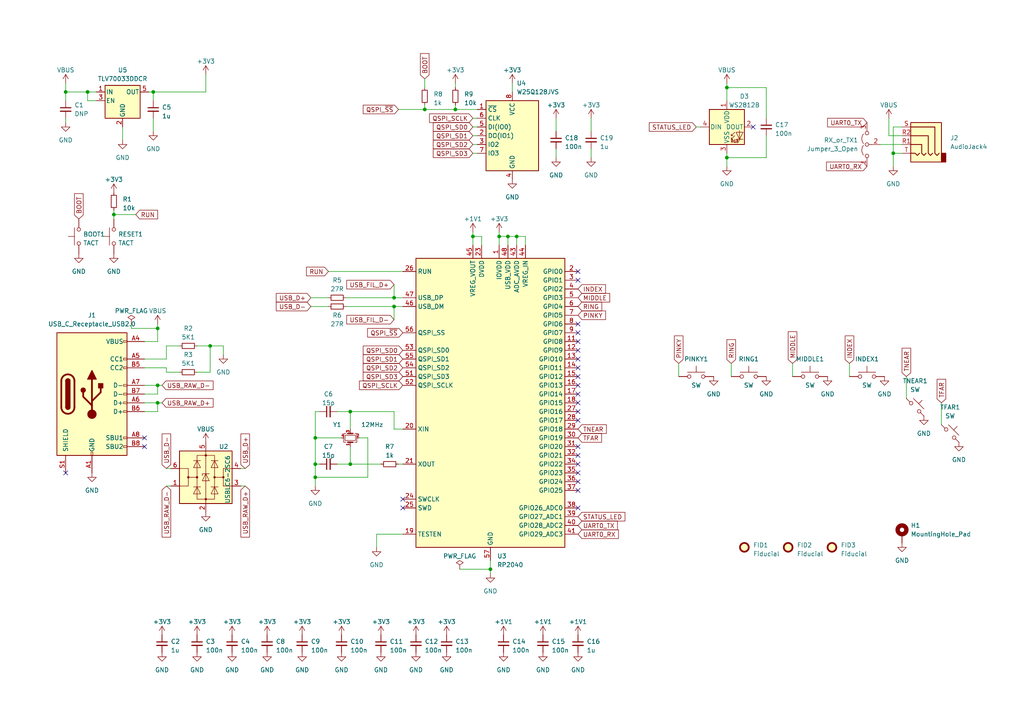
<source format=kicad_sch>
(kicad_sch (version 20230121) (generator eeschema)
  (paper "A4")
  (lib_symbols
    (symbol "Connector:USB_C_Receptacle_USB2.0" (pin_names (offset 1.016))
      (property "Reference" "J" (at -10.16 19.05 0))
      (property "Value" "USB_C_Receptacle_USB2.0" (at 19.05 19.05 0))
      (symbol "USB_C_Receptacle_USB2.0_1_1"
        (pin passive line (at 0 -22.86 90) (length 5.08) (name "GND") (number "A1"))
        (pin passive line (at 0 -22.86 90) (length 5.08) hide (name "GND") (number "A12"))
        (pin passive line (at 15.24 15.24 180) (length 5.08) (name "VBUS") (number "A4"))
        (pin bidirectional line (at 15.24 10.16 180) (length 5.08) (name "CC1") (number "A5"))
        (pin bidirectional line (at 15.24 -2.54 180) (length 5.08) (name "D+") (number "A6"))
        (pin bidirectional line (at 15.24 2.54 180) (length 5.08) (name "D-") (number "A7"))
        (pin bidirectional line (at 15.24 -12.7 180) (length 5.08) (name "SBU1") (number "A8"))
        (pin passive line (at 15.24 15.24 180) (length 5.08) hide (name "VBUS") (number "A9"))
        (pin passive line (at 0 -22.86 90) (length 5.08) hide (name "GND") (number "B1"))
        (pin passive line (at 0 -22.86 90) (length 5.08) hide (name "GND") (number "B12"))
        (pin passive line (at 15.24 15.24 180) (length 5.08) hide (name "VBUS") (number "B4"))
        (pin bidirectional line (at 15.24 7.62 180) (length 5.08) (name "CC2") (number "B5"))
        (pin bidirectional line (at 15.24 -5.08 180) (length 5.08) (name "D+") (number "B6"))
        (pin bidirectional line (at 15.24 0 180) (length 5.08) (name "D-") (number "B7"))
        (pin bidirectional line (at 15.24 -15.24 180) (length 5.08) (name "SBU2") (number "B8"))
        (pin passive line (at 15.24 15.24 180) (length 5.08) hide (name "VBUS") (number "B9"))
        (pin passive line (at -7.62 -22.86 90) (length 5.08) (name "SHIELD") (number "S1"))
      )
    )
    (symbol "Connector_Audio:AudioJack4"
      (property "Reference" "J" (at 0 8.89 0))
      (property "Value" "AudioJack4" (at 0 6.35 0))
      (symbol "AudioJack4_1_1"
        (pin passive line (at 5.08 -2.54 180) (length 2.54) (name "~") (number "R1"))
        (pin passive line (at 5.08 0 180) (length 2.54) (name "~") (number "R2"))
        (pin passive line (at 5.08 2.54 180) (length 2.54) (name "~") (number "S"))
        (pin passive line (at 5.08 -5.08 180) (length 2.54) (name "~") (number "T"))
      )
    )
    (symbol "Device:C_Small" (pin_numbers hide) (pin_names (offset 0.254) hide)
      (property "Reference" "C" (at 0.254 1.778 0))
      (property "Value" "C_Small" (at 0.254 -2.032 0))
      (symbol "C_Small_1_1"
        (pin passive line (at 0 2.54 270) (length 2.032) (name "~") (number "1"))
        (pin passive line (at 0 -2.54 90) (length 2.032) (name "~") (number "2"))
      )
    )
    (symbol "Device:Crystal_GND24_Small" (pin_names (offset 1.016) hide)
      (property "Reference" "Y" (at 1.27 4.445 0))
      (property "Value" "Crystal_GND24_Small" (at 1.27 2.54 0))
      (symbol "Crystal_GND24_Small_1_1"
        (pin passive line (at -2.54 0 0) (length 1.27) (name "1") (number "1"))
        (pin passive line (at 0 -2.54 90) (length 0.635) (name "2") (number "2"))
        (pin passive line (at 2.54 0 180) (length 1.27) (name "3") (number "3"))
        (pin passive line (at 0 2.54 270) (length 0.635) (name "4") (number "4"))
      )
    )
    (symbol "Device:R_Small" (pin_numbers hide) (pin_names (offset 0.254) hide)
      (property "Reference" "R" (at 0.762 0.508 0))
      (property "Value" "R_Small" (at 0.762 -1.016 0))
      (symbol "R_Small_1_1"
        (pin passive line (at 0 2.54 270) (length 0.762) (name "~") (number "1"))
        (pin passive line (at 0 -2.54 90) (length 0.762) (name "~") (number "2"))
      )
    )
    (symbol "Jumper:Jumper_3_Open" (pin_names (offset 0) hide)
      (property "Reference" "JP" (at -2.54 -2.54 0))
      (property "Value" "Jumper_3_Open" (at 0 2.794 0))
      (symbol "Jumper_3_Open_1_1"
        (pin passive line (at -6.35 0 0) (length 2.54) (name "A") (number "1"))
        (pin passive line (at 0 -3.81 90) (length 2.54) (name "C") (number "2"))
        (pin passive line (at 6.35 0 180) (length 2.54) (name "B") (number "3"))
      )
    )
    (symbol "LED:WS2812B" (pin_names (offset 0.254))
      (property "Reference" "D" (at 5.08 5.715 0))
      (property "Value" "WS2812B" (at 1.27 -5.715 0))
      (symbol "WS2812B_0_0"
        (text "RGB" (at 2.286 -4.191 0) (effects (font (size 0.762 0.762))))
      )
      (symbol "WS2812B_1_1"
        (pin power_in line (at 0 7.62 270) (length 2.54) (name "VDD") (number "1"))
        (pin output line (at 7.62 0 180) (length 2.54) (name "DOUT") (number "2"))
        (pin power_in line (at 0 -7.62 90) (length 2.54) (name "VSS") (number "3"))
        (pin input line (at -7.62 0 0) (length 2.54) (name "DIN") (number "4"))
      )
    )
    (symbol "MCU_RaspberryPi:RP2040"
      (property "Reference" "U" (at 17.78 45.72 0))
      (property "Value" "RP2040" (at 17.78 43.18 0))
      (symbol "RP2040_1_1"
        (pin power_in line (at 2.54 45.72 270) (length 3.81) (name "IOVDD") (number "1"))
        (pin passive line (at 2.54 45.72 270) (length 3.81) hide (name "IOVDD") (number "10"))
        (pin bidirectional line (at 25.4 17.78 180) (length 3.81) (name "GPIO8") (number "11"))
        (pin bidirectional line (at 25.4 15.24 180) (length 3.81) (name "GPIO9") (number "12"))
        (pin bidirectional line (at 25.4 12.7 180) (length 3.81) (name "GPIO10") (number "13"))
        (pin bidirectional line (at 25.4 10.16 180) (length 3.81) (name "GPIO11") (number "14"))
        (pin bidirectional line (at 25.4 7.62 180) (length 3.81) (name "GPIO12") (number "15"))
        (pin bidirectional line (at 25.4 5.08 180) (length 3.81) (name "GPIO13") (number "16"))
        (pin bidirectional line (at 25.4 2.54 180) (length 3.81) (name "GPIO14") (number "17"))
        (pin bidirectional line (at 25.4 0 180) (length 3.81) (name "GPIO15") (number "18"))
        (pin input line (at -25.4 -38.1 0) (length 3.81) (name "TESTEN") (number "19"))
        (pin bidirectional line (at 25.4 38.1 180) (length 3.81) (name "GPIO0") (number "2"))
        (pin input line (at -25.4 -7.62 0) (length 3.81) (name "XIN") (number "20"))
        (pin passive line (at -25.4 -17.78 0) (length 3.81) (name "XOUT") (number "21"))
        (pin passive line (at 2.54 45.72 270) (length 3.81) hide (name "IOVDD") (number "22"))
        (pin power_in line (at -2.54 45.72 270) (length 3.81) (name "DVDD") (number "23"))
        (pin input line (at -25.4 -27.94 0) (length 3.81) (name "SWCLK") (number "24"))
        (pin bidirectional line (at -25.4 -30.48 0) (length 3.81) (name "SWD") (number "25"))
        (pin input line (at -25.4 38.1 0) (length 3.81) (name "RUN") (number "26"))
        (pin bidirectional line (at 25.4 -2.54 180) (length 3.81) (name "GPIO16") (number "27"))
        (pin bidirectional line (at 25.4 -5.08 180) (length 3.81) (name "GPIO17") (number "28"))
        (pin bidirectional line (at 25.4 -7.62 180) (length 3.81) (name "GPIO18") (number "29"))
        (pin bidirectional line (at 25.4 35.56 180) (length 3.81) (name "GPIO1") (number "3"))
        (pin bidirectional line (at 25.4 -10.16 180) (length 3.81) (name "GPIO19") (number "30"))
        (pin bidirectional line (at 25.4 -12.7 180) (length 3.81) (name "GPIO20") (number "31"))
        (pin bidirectional line (at 25.4 -15.24 180) (length 3.81) (name "GPIO21") (number "32"))
        (pin passive line (at 2.54 45.72 270) (length 3.81) hide (name "IOVDD") (number "33"))
        (pin bidirectional line (at 25.4 -17.78 180) (length 3.81) (name "GPIO22") (number "34"))
        (pin bidirectional line (at 25.4 -20.32 180) (length 3.81) (name "GPIO23") (number "35"))
        (pin bidirectional line (at 25.4 -22.86 180) (length 3.81) (name "GPIO24") (number "36"))
        (pin bidirectional line (at 25.4 -25.4 180) (length 3.81) (name "GPIO25") (number "37"))
        (pin bidirectional line (at 25.4 -30.48 180) (length 3.81) (name "GPIO26_ADC0") (number "38"))
        (pin bidirectional line (at 25.4 -33.02 180) (length 3.81) (name "GPIO27_ADC1") (number "39"))
        (pin bidirectional line (at 25.4 33.02 180) (length 3.81) (name "GPIO2") (number "4"))
        (pin bidirectional line (at 25.4 -35.56 180) (length 3.81) (name "GPIO28_ADC2") (number "40"))
        (pin bidirectional line (at 25.4 -38.1 180) (length 3.81) (name "GPIO29_ADC3") (number "41"))
        (pin passive line (at 2.54 45.72 270) (length 3.81) hide (name "IOVDD") (number "42"))
        (pin power_in line (at 7.62 45.72 270) (length 3.81) (name "ADC_AVDD") (number "43"))
        (pin power_in line (at 10.16 45.72 270) (length 3.81) (name "VREG_IN") (number "44"))
        (pin power_out line (at -5.08 45.72 270) (length 3.81) (name "VREG_VOUT") (number "45"))
        (pin bidirectional line (at -25.4 27.94 0) (length 3.81) (name "USB_DM") (number "46"))
        (pin bidirectional line (at -25.4 30.48 0) (length 3.81) (name "USB_DP") (number "47"))
        (pin power_in line (at 5.08 45.72 270) (length 3.81) (name "USB_VDD") (number "48"))
        (pin passive line (at 2.54 45.72 270) (length 3.81) hide (name "IOVDD") (number "49"))
        (pin bidirectional line (at 25.4 30.48 180) (length 3.81) (name "GPIO3") (number "5"))
        (pin passive line (at -2.54 45.72 270) (length 3.81) hide (name "DVDD") (number "50"))
        (pin bidirectional line (at -25.4 7.62 0) (length 3.81) (name "QSPI_SD3") (number "51"))
        (pin output line (at -25.4 5.08 0) (length 3.81) (name "QSPI_SCLK") (number "52"))
        (pin bidirectional line (at -25.4 15.24 0) (length 3.81) (name "QSPI_SD0") (number "53"))
        (pin bidirectional line (at -25.4 10.16 0) (length 3.81) (name "QSPI_SD2") (number "54"))
        (pin bidirectional line (at -25.4 12.7 0) (length 3.81) (name "QSPI_SD1") (number "55"))
        (pin bidirectional line (at -25.4 20.32 0) (length 3.81) (name "QSPI_SS") (number "56"))
        (pin power_in line (at 0 -45.72 90) (length 3.81) (name "GND") (number "57"))
        (pin bidirectional line (at 25.4 27.94 180) (length 3.81) (name "GPIO4") (number "6"))
        (pin bidirectional line (at 25.4 25.4 180) (length 3.81) (name "GPIO5") (number "7"))
        (pin bidirectional line (at 25.4 22.86 180) (length 3.81) (name "GPIO6") (number "8"))
        (pin bidirectional line (at 25.4 20.32 180) (length 3.81) (name "GPIO7") (number "9"))
      )
    )
    (symbol "Mechanical:Fiducial"
      (property "Reference" "FID" (at 0 5.08 0))
      (property "Value" "Fiducial" (at 0 3.175 0))
    )
    (symbol "Mechanical:MountingHole_Pad" (pin_numbers hide) (pin_names (offset 1.016) hide)
      (property "Reference" "H" (at 0 6.35 0))
      (property "Value" "MountingHole_Pad" (at 0 4.445 0))
      (symbol "MountingHole_Pad_1_1"
        (pin input line (at 0 -2.54 90) (length 2.54) (name "1") (number "1"))
      )
    )
    (symbol "Memory_Flash:W25Q128JVS"
      (property "Reference" "U" (at -8.89 8.89 0))
      (property "Value" "W25Q128JVS" (at 7.62 8.89 0))
      (symbol "W25Q128JVS_1_1"
        (pin input line (at -10.16 7.62 0) (length 2.54) (name "~{CS}") (number "1"))
        (pin bidirectional line (at -10.16 0 0) (length 2.54) (name "DO(IO1)") (number "2"))
        (pin bidirectional line (at -10.16 -2.54 0) (length 2.54) (name "IO2") (number "3"))
        (pin power_in line (at 0 -12.7 90) (length 2.54) (name "GND") (number "4"))
        (pin bidirectional line (at -10.16 2.54 0) (length 2.54) (name "DI(IO0)") (number "5"))
        (pin input line (at -10.16 5.08 0) (length 2.54) (name "CLK") (number "6"))
        (pin bidirectional line (at -10.16 -5.08 0) (length 2.54) (name "IO3") (number "7"))
        (pin power_in line (at 0 12.7 270) (length 2.54) (name "VCC") (number "8"))
      )
    )
    (symbol "Power_Protection:USBLC6-2SC6" (pin_names hide)
      (property "Reference" "U" (at 2.54 8.89 0))
      (property "Value" "USBLC6-2SC6" (at 2.54 -8.89 0))
      (symbol "USBLC6-2SC6_1_1"
        (pin passive line (at -10.16 -2.54 0) (length 2.54) (name "I/O1") (number "1"))
        (pin passive line (at 0 -10.16 90) (length 2.54) (name "GND") (number "2"))
        (pin passive line (at 10.16 -2.54 180) (length 2.54) (name "I/O2") (number "3"))
        (pin passive line (at 10.16 2.54 180) (length 2.54) (name "I/O2") (number "4"))
        (pin passive line (at 0 10.16 270) (length 2.54) (name "VBUS") (number "5"))
        (pin passive line (at -10.16 2.54 0) (length 2.54) (name "I/O1") (number "6"))
      )
    )
    (symbol "Regulator_Linear:TLV70033_SOT23-5" (pin_names (offset 0.254))
      (property "Reference" "U" (at -3.81 5.715 0))
      (property "Value" "TLV70033_SOT23-5" (at 0 5.715 0))
      (symbol "TLV70033_SOT23-5_1_1"
        (pin power_in line (at -7.62 2.54 0) (length 2.54) (name "IN") (number "1"))
        (pin power_in line (at 0 -7.62 90) (length 2.54) (name "GND") (number "2"))
        (pin input line (at -7.62 0 0) (length 2.54) (name "EN") (number "3"))
        (pin no_connect line (at 5.08 0 180) (length 2.54) hide (name "NC") (number "4"))
        (pin power_out line (at 7.62 2.54 180) (length 2.54) (name "OUT") (number "5"))
      )
    )
    (symbol "Switch:SW_Push" (pin_numbers hide) (pin_names (offset 1.016) hide)
      (property "Reference" "SW" (at 1.27 2.54 0))
      (property "Value" "SW_Push" (at 0 -1.524 0))
      (symbol "SW_Push_0_1"
        (pin passive line (at -5.08 0 0) (length 2.54) (name "1") (number "1"))
        (pin passive line (at 5.08 0 180) (length 2.54) (name "2") (number "2"))
      )
    )
    (symbol "Switch:SW_Push_45deg" (pin_numbers hide) (pin_names (offset 1.016) hide)
      (property "Reference" "SW" (at 3.048 1.016 0))
      (property "Value" "SW_Push_45deg" (at 0 -3.81 0))
      (symbol "SW_Push_45deg_0_1"
        (pin passive line (at -2.54 2.54 0) (length 0) (name "1") (number "1"))
        (pin passive line (at 2.54 -2.54 180) (length 0) (name "2") (number "2"))
      )
    )
    (symbol "power:+1V1" (power) (pin_names (offset 0))
      (property "Value" "+1V1" (at 0 3.556 0))
      (symbol "+1V1_1_1"
        (pin power_in line (at 0 0 90) (length 0) hide (name "+1V1") (number "1"))
      )
    )
    (symbol "power:+3V3" (power) (pin_names (offset 0))
      (property "Value" "+3V3" (at 0 3.556 0))
      (symbol "+3V3_1_1"
        (pin power_in line (at 0 0 90) (length 0) hide (name "+3V3") (number "1"))
      )
    )
    (symbol "power:GND" (power) (pin_names (offset 0))
      (property "Value" "GND" (at 0 -3.81 0))
      (symbol "GND_1_1"
        (pin power_in line (at 0 0 270) (length 0) hide (name "GND") (number "1"))
      )
    )
    (symbol "power:PWR_FLAG" (power) (pin_numbers hide) (pin_names (offset 0) hide)
      (property "Value" "PWR_FLAG" (at 0 3.81 0))
      (symbol "PWR_FLAG_0_0"
        (pin power_out line (at 0 0 90) (length 0) (name "pwr") (number "1"))
      )
    )
    (symbol "power:VBUS" (power) (pin_names (offset 0))
      (property "Value" "VBUS" (at 0 3.81 0))
      (symbol "VBUS_1_1"
        (pin power_in line (at 0 0 90) (length 0) hide (name "VBUS") (number "1"))
      )
    )
  )
  (junction (at 147.32 68.58))
  (junction (at 19.05 26.67))
  (junction (at 101.6 119.38))
  (junction (at 45.72 111.76))
  (junction (at 25.4 26.67))
  (junction (at 210.82 25.4))
  (junction (at 149.86 68.58))
  (junction (at 132.08 31.75))
  (junction (at 114.3 86.36))
  (junction (at 45.72 116.84))
  (junction (at 142.24 165.1))
  (junction (at 60.96 100.33))
  (junction (at 144.78 68.58))
  (junction (at 91.44 138.43))
  (junction (at 44.45 26.67))
  (junction (at 101.6 134.62))
  (junction (at 123.19 31.75))
  (junction (at 45.72 95.25))
  (junction (at 33.02 62.23))
  (junction (at 114.3 88.9))
  (junction (at 210.82 45.72))
  (junction (at 259.08 44.45))
  (junction (at 91.44 134.62))
  (junction (at 137.16 68.58))
  (junction (at 91.44 127))
  (no_connect (at 167.64 134.62))
  (no_connect (at 167.64 147.32))
  (no_connect (at 167.64 121.92))
  (no_connect (at 167.64 119.38))
  (no_connect (at 167.64 109.22))
  (no_connect (at 167.64 132.08))
  (no_connect (at 167.64 116.84))
  (no_connect (at 116.84 144.78))
  (no_connect (at 19.05 137.16))
  (no_connect (at 167.64 106.68))
  (no_connect (at 116.84 147.32))
  (no_connect (at 167.64 101.6))
  (no_connect (at 167.64 129.54))
  (no_connect (at 167.64 96.52))
  (no_connect (at 167.64 99.06))
  (no_connect (at 41.91 127))
  (no_connect (at 167.64 78.74))
  (no_connect (at 218.44 36.83))
  (no_connect (at 167.64 139.7))
  (no_connect (at 167.64 111.76))
  (no_connect (at 41.91 129.54))
  (no_connect (at 167.64 93.98))
  (no_connect (at 167.64 114.3))
  (no_connect (at 167.64 104.14))
  (no_connect (at 167.64 81.28))
  (no_connect (at 167.64 142.24))
  (no_connect (at 167.64 137.16))
  (wire (pts (xy 48.26 135.89) (xy 49.53 135.89)))
  (wire (pts (xy 45.72 95.25) (xy 45.72 93.98)))
  (wire (pts (xy 138.43 36.83) (xy 137.16 36.83)))
  (wire (pts (xy 114.3 88.9) (xy 114.3 92.71)))
  (wire (pts (xy 123.19 22.86) (xy 123.19 25.4)))
  (wire (pts (xy 35.56 40.64) (xy 35.56 36.83)))
  (wire (pts (xy 262.89 109.22) (xy 262.89 115.57)))
  (wire (pts (xy 171.45 43.18) (xy 171.45 45.72)))
  (wire (pts (xy 115.57 134.62) (xy 116.84 134.62)))
  (wire (pts (xy 48.26 140.97) (xy 49.53 140.97)))
  (wire (pts (xy 91.44 127) (xy 99.06 127)))
  (wire (pts (xy 91.44 140.97) (xy 91.44 138.43)))
  (wire (pts (xy 139.7 71.12) (xy 139.7 68.58)))
  (wire (pts (xy 142.24 165.1) (xy 142.24 162.56)))
  (wire (pts (xy 101.6 129.54) (xy 101.6 134.62)))
  (wire (pts (xy 147.32 71.12) (xy 147.32 68.58)))
  (wire (pts (xy 133.35 165.1) (xy 142.24 165.1)))
  (wire (pts (xy 257.81 39.37) (xy 261.62 39.37)))
  (wire (pts (xy 116.84 154.94) (xy 109.22 154.94)))
  (wire (pts (xy 44.45 34.29) (xy 44.45 38.1)))
  (wire (pts (xy 201.93 36.83) (xy 203.2 36.83)))
  (wire (pts (xy 210.82 25.4) (xy 210.82 29.21)))
  (wire (pts (xy 90.17 86.36) (xy 95.25 86.36)))
  (wire (pts (xy 48.26 106.68) (xy 48.26 107.95)))
  (wire (pts (xy 33.02 62.23) (xy 33.02 63.5)))
  (wire (pts (xy 259.08 48.26) (xy 259.08 44.45)))
  (wire (pts (xy 48.26 107.95) (xy 52.07 107.95)))
  (wire (pts (xy 139.7 68.58) (xy 137.16 68.58)))
  (wire (pts (xy 38.1 95.25) (xy 45.72 95.25)))
  (wire (pts (xy 48.26 104.14) (xy 48.26 100.33)))
  (wire (pts (xy 59.69 26.67) (xy 59.69 21.59)))
  (wire (pts (xy 138.43 44.45) (xy 137.16 44.45)))
  (wire (pts (xy 60.96 100.33) (xy 64.77 100.33)))
  (wire (pts (xy 132.08 30.48) (xy 132.08 31.75)))
  (wire (pts (xy 45.72 99.06) (xy 45.72 95.25)))
  (wire (pts (xy 45.72 116.84) (xy 46.99 116.84)))
  (wire (pts (xy 33.02 62.23) (xy 39.37 62.23)))
  (wire (pts (xy 210.82 45.72) (xy 222.25 45.72)))
  (wire (pts (xy 91.44 127) (xy 91.44 134.62)))
  (wire (pts (xy 137.16 67.31) (xy 137.16 68.58)))
  (wire (pts (xy 229.87 105.41) (xy 229.87 109.22)))
  (wire (pts (xy 45.72 114.3) (xy 45.72 111.76)))
  (wire (pts (xy 123.19 31.75) (xy 115.57 31.75)))
  (wire (pts (xy 222.25 25.4) (xy 210.82 25.4)))
  (wire (pts (xy 152.4 71.12) (xy 152.4 68.58)))
  (wire (pts (xy 210.82 45.72) (xy 210.82 48.26)))
  (wire (pts (xy 41.91 116.84) (xy 45.72 116.84)))
  (wire (pts (xy 106.68 138.43) (xy 91.44 138.43)))
  (wire (pts (xy 19.05 24.13) (xy 19.05 26.67)))
  (wire (pts (xy 114.3 82.55) (xy 114.3 86.36)))
  (wire (pts (xy 142.24 166.37) (xy 142.24 165.1)))
  (wire (pts (xy 123.19 30.48) (xy 123.19 31.75)))
  (wire (pts (xy 101.6 119.38) (xy 101.6 124.46)))
  (wire (pts (xy 152.4 68.58) (xy 149.86 68.58)))
  (wire (pts (xy 144.78 68.58) (xy 144.78 71.12)))
  (wire (pts (xy 60.96 107.95) (xy 60.96 100.33)))
  (wire (pts (xy 101.6 119.38) (xy 114.3 119.38)))
  (wire (pts (xy 114.3 88.9) (xy 116.84 88.9)))
  (wire (pts (xy 100.33 88.9) (xy 114.3 88.9)))
  (wire (pts (xy 90.17 88.9) (xy 95.25 88.9)))
  (wire (pts (xy 45.72 111.76) (xy 46.99 111.76)))
  (wire (pts (xy 33.02 60.96) (xy 33.02 62.23)))
  (wire (pts (xy 210.82 44.45) (xy 210.82 45.72)))
  (wire (pts (xy 64.77 100.33) (xy 64.77 102.87)))
  (wire (pts (xy 57.15 107.95) (xy 60.96 107.95)))
  (wire (pts (xy 137.16 68.58) (xy 137.16 71.12)))
  (wire (pts (xy 259.08 44.45) (xy 261.62 44.45)))
  (wire (pts (xy 138.43 31.75) (xy 132.08 31.75)))
  (wire (pts (xy 137.16 34.29) (xy 138.43 34.29)))
  (wire (pts (xy 41.91 106.68) (xy 48.26 106.68)))
  (wire (pts (xy 69.85 135.89) (xy 71.12 135.89)))
  (wire (pts (xy 147.32 68.58) (xy 144.78 68.58)))
  (wire (pts (xy 273.05 116.84) (xy 273.05 123.19)))
  (wire (pts (xy 257.81 34.29) (xy 257.81 39.37)))
  (wire (pts (xy 43.18 26.67) (xy 44.45 26.67)))
  (wire (pts (xy 19.05 26.67) (xy 25.4 26.67)))
  (wire (pts (xy 91.44 119.38) (xy 91.44 127)))
  (wire (pts (xy 41.91 111.76) (xy 45.72 111.76)))
  (wire (pts (xy 104.14 127) (xy 106.68 127)))
  (wire (pts (xy 95.25 78.74) (xy 116.84 78.74)))
  (wire (pts (xy 106.68 127) (xy 106.68 138.43)))
  (wire (pts (xy 144.78 67.31) (xy 144.78 68.58)))
  (wire (pts (xy 101.6 134.62) (xy 97.79 134.62)))
  (wire (pts (xy 148.59 24.13) (xy 148.59 26.67)))
  (wire (pts (xy 138.43 39.37) (xy 137.16 39.37)))
  (wire (pts (xy 259.08 36.83) (xy 259.08 44.45)))
  (wire (pts (xy 57.15 100.33) (xy 60.96 100.33)))
  (wire (pts (xy 48.26 100.33) (xy 52.07 100.33)))
  (wire (pts (xy 222.25 34.29) (xy 222.25 25.4)))
  (wire (pts (xy 101.6 134.62) (xy 110.49 134.62)))
  (wire (pts (xy 25.4 29.21) (xy 25.4 26.67)))
  (wire (pts (xy 25.4 26.67) (xy 27.94 26.67)))
  (wire (pts (xy 41.91 119.38) (xy 45.72 119.38)))
  (wire (pts (xy 91.44 138.43) (xy 91.44 134.62)))
  (wire (pts (xy 261.62 36.83) (xy 259.08 36.83)))
  (wire (pts (xy 161.29 34.29) (xy 161.29 38.1)))
  (wire (pts (xy 255.27 41.91) (xy 261.62 41.91)))
  (wire (pts (xy 196.85 105.41) (xy 196.85 109.22)))
  (wire (pts (xy 132.08 24.13) (xy 132.08 25.4)))
  (wire (pts (xy 69.85 140.97) (xy 71.12 140.97)))
  (wire (pts (xy 44.45 26.67) (xy 44.45 29.21)))
  (wire (pts (xy 149.86 68.58) (xy 147.32 68.58)))
  (wire (pts (xy 97.79 119.38) (xy 101.6 119.38)))
  (wire (pts (xy 246.38 105.41) (xy 246.38 109.22)))
  (wire (pts (xy 212.09 105.41) (xy 212.09 109.22)))
  (wire (pts (xy 210.82 24.13) (xy 210.82 25.4)))
  (wire (pts (xy 116.84 124.46) (xy 114.3 124.46)))
  (wire (pts (xy 91.44 134.62) (xy 92.71 134.62)))
  (wire (pts (xy 137.16 41.91) (xy 138.43 41.91)))
  (wire (pts (xy 27.94 29.21) (xy 25.4 29.21)))
  (wire (pts (xy 41.91 114.3) (xy 45.72 114.3)))
  (wire (pts (xy 114.3 124.46) (xy 114.3 119.38)))
  (wire (pts (xy 114.3 86.36) (xy 116.84 86.36)))
  (wire (pts (xy 38.1 93.98) (xy 38.1 95.25)))
  (wire (pts (xy 41.91 99.06) (xy 45.72 99.06)))
  (wire (pts (xy 44.45 26.67) (xy 59.69 26.67)))
  (wire (pts (xy 45.72 119.38) (xy 45.72 116.84)))
  (wire (pts (xy 171.45 34.29) (xy 171.45 38.1)))
  (wire (pts (xy 132.08 31.75) (xy 123.19 31.75)))
  (wire (pts (xy 100.33 86.36) (xy 114.3 86.36)))
  (wire (pts (xy 41.91 104.14) (xy 48.26 104.14)))
  (wire (pts (xy 222.25 39.37) (xy 222.25 45.72)))
  (wire (pts (xy 92.71 119.38) (xy 91.44 119.38)))
  (wire (pts (xy 19.05 29.21) (xy 19.05 26.67)))
  (wire (pts (xy 161.29 43.18) (xy 161.29 45.72)))
  (wire (pts (xy 19.05 34.29) (xy 19.05 35.56)))
  (wire (pts (xy 109.22 154.94) (xy 109.22 158.75)))
  (wire (pts (xy 149.86 71.12) (xy 149.86 68.58)))
  (global_label "QSPI_SD2" (shape input) (at 116.84 106.68 180) (property "Intersheetrefs" "${INTERSHEET_REFS}" (effects hide)))
  (global_label "USB_RAW_D-" (shape input) (at 48.26 140.97 270) (property "Intersheetrefs" "${INTERSHEET_REFS}" (effects hide)))
  (global_label "MIDDLE" (shape input) (at 167.64 86.36 0) (property "Intersheetrefs" "${INTERSHEET_REFS}" (effects hide)))
  (global_label "USB_FIL_D+" (shape input) (at 114.3 82.55 180) (property "Intersheetrefs" "${INTERSHEET_REFS}" (effects hide)))
  (global_label "USB_D+" (shape input) (at 90.17 86.36 180) (property "Intersheetrefs" "${INTERSHEET_REFS}" (effects hide)))
  (global_label "RING" (shape input) (at 167.64 88.9 0) (property "Intersheetrefs" "${INTERSHEET_REFS}" (effects hide)))
  (global_label "TFAR" (shape input) (at 273.05 116.84 90) (property "Intersheetrefs" "${INTERSHEET_REFS}" (effects hide)))
  (global_label "TNEAR" (shape input) (at 167.64 124.46 0) (property "Intersheetrefs" "${INTERSHEET_REFS}" (effects hide)))
  (global_label "BOOT" (shape input) (at 22.86 63.5 90) (property "Intersheetrefs" "${INTERSHEET_REFS}" (effects hide)))
  (global_label "RUN" (shape input) (at 95.25 78.74 180) (property "Intersheetrefs" "${INTERSHEET_REFS}" (effects hide)))
  (global_label "UART0_RX" (shape input) (at 167.64 154.94 0) (property "Intersheetrefs" "${INTERSHEET_REFS}" (effects hide)))
  (global_label "TFAR" (shape input) (at 167.64 127 0) (property "Intersheetrefs" "${INTERSHEET_REFS}" (effects hide)))
  (global_label "INDEX" (shape input) (at 167.64 83.82 0) (property "Intersheetrefs" "${INTERSHEET_REFS}" (effects hide)))
  (global_label "RING" (shape input) (at 212.09 105.41 90) (property "Intersheetrefs" "${INTERSHEET_REFS}" (effects hide)))
  (global_label "BOOT" (shape input) (at 123.19 22.86 90) (property "Intersheetrefs" "${INTERSHEET_REFS}" (effects hide)))
  (global_label "INDEX" (shape input) (at 246.38 105.41 90) (property "Intersheetrefs" "${INTERSHEET_REFS}" (effects hide)))
  (global_label "QSPI_SD0" (shape input) (at 137.16 36.83 180) (property "Intersheetrefs" "${INTERSHEET_REFS}" (effects hide)))
  (global_label "RUN" (shape input) (at 39.37 62.23 0) (property "Intersheetrefs" "${INTERSHEET_REFS}" (effects hide)))
  (global_label "USB_RAW_D+" (shape input) (at 46.99 116.84 0) (property "Intersheetrefs" "${INTERSHEET_REFS}" (effects hide)))
  (global_label "USB_RAW_D-" (shape input) (at 46.99 111.76 0) (property "Intersheetrefs" "${INTERSHEET_REFS}" (effects hide)))
  (global_label "TNEAR" (shape input) (at 262.89 109.22 90) (property "Intersheetrefs" "${INTERSHEET_REFS}" (effects hide)))
  (global_label "MIDDLE" (shape input) (at 229.87 105.41 90) (property "Intersheetrefs" "${INTERSHEET_REFS}" (effects hide)))
  (global_label "PINKY" (shape input) (at 167.64 91.44 0) (property "Intersheetrefs" "${INTERSHEET_REFS}" (effects hide)))
  (global_label "USB_D+" (shape input) (at 71.12 135.89 90) (property "Intersheetrefs" "${INTERSHEET_REFS}" (effects hide)))
  (global_label "UART0_RX" (shape input) (at 251.46 48.26 180) (property "Intersheetrefs" "${INTERSHEET_REFS}" (effects hide)))
  (global_label "QSPI_SD1" (shape input) (at 116.84 104.14 180) (property "Intersheetrefs" "${INTERSHEET_REFS}" (effects hide)))
  (global_label "UART0_TX" (shape input) (at 251.46 35.56 180) (property "Intersheetrefs" "${INTERSHEET_REFS}" (effects hide)))
  (global_label "STATUS_LED" (shape input) (at 201.93 36.83 180) (property "Intersheetrefs" "${INTERSHEET_REFS}" (effects hide)))
  (global_label "QSPI_SCLK" (shape input) (at 116.84 111.76 180) (property "Intersheetrefs" "${INTERSHEET_REFS}" (effects hide)))
  (global_label "USB_FIL_D-" (shape input) (at 114.3 92.71 180) (property "Intersheetrefs" "${INTERSHEET_REFS}" (effects hide)))
  (global_label "STATUS_LED" (shape input) (at 167.64 149.86 0) (property "Intersheetrefs" "${INTERSHEET_REFS}" (effects hide)))
  (global_label "QSPI_SD2" (shape input) (at 137.16 41.91 180) (property "Intersheetrefs" "${INTERSHEET_REFS}" (effects hide)))
  (global_label "USB_D-" (shape input) (at 48.26 135.89 90) (property "Intersheetrefs" "${INTERSHEET_REFS}" (effects hide)))
  (global_label "USB_D-" (shape input) (at 90.17 88.9 180) (property "Intersheetrefs" "${INTERSHEET_REFS}" (effects hide)))
  (global_label "QSPI_SD1" (shape input) (at 137.16 39.37 180) (property "Intersheetrefs" "${INTERSHEET_REFS}" (effects hide)))
  (global_label "QSPI_SD3" (shape input) (at 116.84 109.22 180) (property "Intersheetrefs" "${INTERSHEET_REFS}" (effects hide)))
  (global_label "QSPI_SD0" (shape input) (at 116.84 101.6 180) (property "Intersheetrefs" "${INTERSHEET_REFS}" (effects hide)))
  (global_label "QSPI_~{SS}" (shape input) (at 116.84 96.52 180) (property "Intersheetrefs" "${INTERSHEET_REFS}" (effects hide)))
  (global_label "QSPI_~{SS}" (shape input) (at 115.57 31.75 180) (property "Intersheetrefs" "${INTERSHEET_REFS}" (effects hide)))
  (global_label "QSPI_SCLK" (shape input) (at 137.16 34.29 180) (property "Intersheetrefs" "${INTERSHEET_REFS}" (effects hide)))
  (global_label "UART0_TX" (shape input) (at 167.64 152.4 0) (property "Intersheetrefs" "${INTERSHEET_REFS}" (effects hide)))
  (global_label "USB_RAW_D+" (shape input) (at 71.12 140.97 270) (property "Intersheetrefs" "${INTERSHEET_REFS}" (effects hide)))
  (global_label "PINKY" (shape input) (at 196.85 105.41 90) (property "Intersheetrefs" "${INTERSHEET_REFS}" (effects hide)))
  (global_label "QSPI_SD3" (shape input) (at 137.16 44.45 180) (property "Intersheetrefs" "${INTERSHEET_REFS}" (effects hide)))
  (symbol (lib_id "power:GND") (at 91.44 140.97 0) (unit 1)
    (property "Reference" "#PWR013" (effects hide))
    (property "Value" "GND" (at 91.44 146.05 0))
  )
  (symbol (lib_id "power:GND") (at 259.08 48.26 0) (mirror y) (unit 1)
    (property "Reference" "#PWR046" (effects hide))
    (property "Value" "GND" (at 259.08 53.34 0))
  )
  (symbol (lib_id "Device:C_Small") (at 157.48 186.69 0) (unit 1)
    (property "Reference" "C15" (at 160.02 186.0613 0) (effects (justify left)))
    (property "Value" "100n" (at 160.02 188.6013 0) (effects (justify left)))
    (property "Footprint" "Capacitor_SMD:C_0402_1005Metric" (effects hide))
  )
  (symbol (lib_id "power:+1V1") (at 146.05 184.15 0) (unit 1)
    (property "Reference" "#PWR039" (effects hide))
    (property "Value" "+1V1" (at 146.05 180.34 0))
  )
  (symbol (lib_id "power:+3V3") (at 129.54 184.15 0) (unit 1)
    (property "Reference" "#PWR034" (effects hide))
    (property "Value" "+3V3" (at 129.54 180.34 0))
  )
  (symbol (lib_id "power:+3V3") (at 46.99 184.15 0) (unit 1)
    (property "Reference" "#PWR04" (effects hide))
    (property "Value" "+3V3" (at 46.99 180.34 0))
  )
  (symbol (lib_id "power:GND") (at 157.48 189.23 0) (unit 1)
    (property "Reference" "#PWR042" (effects hide))
    (property "Value" "GND" (at 157.48 194.31 0))
  )
  (symbol (lib_id "Device:C_Small") (at 87.63 186.69 0) (unit 1)
    (property "Reference" "C9" (at 90.17 186.0613 0) (effects (justify left)))
    (property "Value" "100n" (at 90.17 188.6013 0) (effects (justify left)))
    (property "Footprint" "Capacitor_SMD:C_0402_1005Metric" (effects hide))
  )
  (symbol (lib_id "Device:R_Small") (at 33.02 58.42 0) (unit 1)
    (property "Reference" "R1" (at 35.56 57.785 0) (effects (justify left)))
    (property "Value" "10k" (at 35.56 60.325 0) (effects (justify left)))
    (property "Footprint" "Resistor_SMD:R_0603_1608Metric" (effects hide))
  )
  (symbol (lib_id "power:PWR_FLAG") (at 38.1 93.98 0) (unit 1)
    (property "Reference" "#FLG01" (effects hide))
    (property "Value" "PWR_FLAG" (at 38.1 90.17 0))
  )
  (symbol (lib_id "power:GND") (at 87.63 189.23 0) (unit 1)
    (property "Reference" "#PWR021" (effects hide))
    (property "Value" "GND" (at 87.63 194.31 0))
  )
  (symbol (lib_id "power:GND") (at 120.65 189.23 0) (unit 1)
    (property "Reference" "#PWR030" (effects hide))
    (property "Value" "GND" (at 120.65 194.31 0))
  )
  (symbol (lib_id "Device:C_Small") (at 95.25 119.38 90) (unit 1)
    (property "Reference" "C6" (at 95.2563 114.3 90))
    (property "Value" "15p" (at 95.2563 116.84 90))
    (property "Footprint" "Capacitor_SMD:C_0402_1005Metric" (effects hide))
    (property "MPN" "C396888" (effects hide))
  )
  (symbol (lib_id "Switch:SW_Push") (at 22.86 68.58 90) (unit 1)
    (property "Reference" "BOOT1" (at 24.13 67.945 90) (effects (justify right)))
    (property "Value" "TACT" (at 24.13 70.485 90) (effects (justify right)))
    (property "Footprint" "Button_Switch_SMD:SW_SPST_B3U-1000P" (effects hide))
    (property "MPN" "C231329" (effects hide))
  )
  (symbol (lib_id "Regulator_Linear:TLV70033_SOT23-5") (at 35.56 29.21 0) (unit 1)
    (property "Reference" "U5" (at 35.56 20.32 0))
    (property "Value" "TLV70033DDCR" (at 35.56 22.86 0))
    (property "Footprint" "Package_TO_SOT_SMD:SOT-23-5" (effects hide))
    (property "Datasheet" "http://www.ti.com/lit/ds/symlink/tlv700.pdf" (effects hide))
  )
  (symbol (lib_id "Device:Crystal_GND24_Small") (at 101.6 127 90) (unit 1)
    (property "Reference" "Y1" (at 97.79 123.19 90))
    (property "Value" "12MHz" (at 107.95 123.19 90))
    (property "Footprint" "Crystal:Crystal_SMD_3225-4Pin_3.2x2.5mm" (effects hide))
    (property "MPN" "C255902" (effects hide))
  )
  (symbol (lib_id "Device:R_Small") (at 132.08 27.94 0) (unit 1)
    (property "Reference" "R9" (at 134.62 27.305 0) (effects (justify left)))
    (property "Value" "10k" (at 134.62 29.845 0) (effects (justify left)))
    (property "Footprint" "Resistor_SMD:R_0603_1608Metric" (effects hide))
    (property "MPN" "C3152154" (effects hide))
  )
  (symbol (lib_id "power:GND") (at 33.02 73.66 0) (unit 1)
    (property "Reference" "#PWR08" (effects hide))
    (property "Value" "GND" (at 33.02 78.74 0))
  )
  (symbol (lib_id "Connector:USB_C_Receptacle_USB2.0") (at 26.67 114.3 0) (unit 1)
    (property "Reference" "J1" (at 26.67 91.44 0))
    (property "Value" "USB_C_Receptacle_USB2.0" (at 26.67 93.98 0))
    (property "Footprint" "Connector_USB:USB_C_Receptacle_GCT_USB4105-xx-A_16P_TopMnt_Horizontal" (effects hide))
    (property "Datasheet" "https://www.usb.org/sites/default/files/documents/usb_type-c.zip" (effects hide))
  )
  (symbol (lib_id "Mechanical:MountingHole_Pad") (at 261.62 154.94 0) (unit 1)
    (property "Reference" "H1" (at 264.16 152.4 0) (effects (justify left)))
    (property "Value" "MountingHole_Pad" (at 264.16 154.94 0) (effects (justify left)))
    (property "Footprint" "tinykeys:Tenting_Puck" (effects hide))
  )
  (symbol (lib_id "power:PWR_FLAG") (at 133.35 165.1 0) (unit 1)
    (property "Reference" "#FLG03" (effects hide))
    (property "Value" "PWR_FLAG" (at 133.35 161.29 0))
  )
  (symbol (lib_id "power:VBUS") (at 45.72 93.98 0) (unit 1)
    (property "Reference" "#PWR012" (effects hide))
    (property "Value" "VBUS" (at 45.72 90.17 0))
  )
  (symbol (lib_id "power:GND") (at 210.82 48.26 0) (unit 1)
    (property "Reference" "#PWR045" (effects hide))
    (property "Value" "GND" (at 210.82 53.34 0))
  )
  (symbol (lib_id "power:GND") (at 207.01 109.22 0) (unit 1)
    (property "Reference" "#PWR026" (effects hide))
    (property "Value" "GND" (at 207.01 114.3 0))
  )
  (symbol (lib_id "Device:C_Small") (at 167.64 186.69 0) (unit 1)
    (property "Reference" "C16" (at 170.18 186.0613 0) (effects (justify left)))
    (property "Value" "1u" (at 170.18 188.6013 0) (effects (justify left)))
    (property "Footprint" "Capacitor_SMD:C_0603_1608Metric" (effects hide))
  )
  (symbol (lib_id "Switch:SW_Push_45deg") (at 275.59 125.73 0) (unit 1)
    (property "Reference" "TFAR1" (at 275.59 118.11 0))
    (property "Value" "SW" (at 275.59 120.65 0))
    (property "Footprint" "PCM_Switch_Keyboard_Kailh:SW_Kailh_Choc_V1V2_1.00u" (effects hide))
  )
  (symbol (lib_id "power:GND") (at 46.99 189.23 0) (unit 1)
    (property "Reference" "#PWR05" (effects hide))
    (property "Value" "GND" (at 46.99 194.31 0))
  )
  (symbol (lib_id "power:GND") (at 146.05 189.23 0) (unit 1)
    (property "Reference" "#PWR040" (effects hide))
    (property "Value" "GND" (at 146.05 194.31 0))
  )
  (symbol (lib_id "Device:C_Small") (at 99.06 186.69 0) (unit 1)
    (property "Reference" "C10" (at 101.6 186.0613 0) (effects (justify left)))
    (property "Value" "100n" (at 101.6 188.6013 0) (effects (justify left)))
    (property "Footprint" "Capacitor_SMD:C_0402_1005Metric" (effects hide))
  )
  (symbol (lib_id "power:VBUS") (at 257.81 34.29 0) (mirror y) (unit 1)
    (property "Reference" "#PWR047" (effects hide))
    (property "Value" "VBUS" (at 257.81 30.48 0))
  )
  (symbol (lib_id "LED:WS2812B") (at 210.82 36.83 0) (unit 1)
    (property "Reference" "D3" (at 215.9 27.94 0))
    (property "Value" "WS2812B" (at 215.9 30.48 0))
    (property "Footprint" "LED_SMD:LED_WS2812B_PLCC4_5.0x5.0mm_P3.2mm" (effects hide))
    (property "Datasheet" "https://cdn-shop.adafruit.com/datasheets/WS2812B.pdf" (effects hide))
    (property "MPN" "C2874885" (effects hide))
  )
  (symbol (lib_id "power:GND") (at 19.05 35.56 0) (unit 1)
    (property "Reference" "#PWR02" (effects hide))
    (property "Value" "GND" (at 19.05 40.64 0))
  )
  (symbol (lib_id "power:+3V3") (at 57.15 184.15 0) (unit 1)
    (property "Reference" "#PWR09" (effects hide))
    (property "Value" "+3V3" (at 57.15 180.34 0))
  )
  (symbol (lib_id "Switch:SW_Push") (at 251.46 109.22 0) (unit 1)
    (property "Reference" "INDEX1" (at 251.46 104.14 0))
    (property "Value" "SW" (at 251.46 111.76 0))
    (property "Footprint" "PCM_Switch_Keyboard_Kailh:SW_Kailh_Choc_V1V2_1.00u" (effects hide))
    (property "MPN" "C5156480" (effects hide))
  )
  (symbol (lib_id "Device:C_Small") (at 161.29 40.64 0) (unit 1)
    (property "Reference" "C18" (at 163.83 40.0113 0) (effects (justify left)))
    (property "Value" "100n" (at 163.83 42.5513 0) (effects (justify left)))
    (property "Footprint" "Capacitor_SMD:C_0402_1005Metric" (effects hide))
  )
  (symbol (lib_id "Mechanical:Fiducial") (at 215.9 158.75 0) (unit 1)
    (property "Reference" "FID1" (at 218.44 158.115 0) (effects (justify left)))
    (property "Value" "Fiducial" (at 218.44 160.655 0) (effects (justify left)))
    (property "Footprint" "tinykeys:dualfiducial" (effects hide))
  )
  (symbol (lib_id "Jumper:Jumper_3_Open") (at 251.46 41.91 90) (unit 1)
    (property "Reference" "RX_or_TX1" (at 248.92 40.64 90) (effects (justify left)))
    (property "Value" "Jumper_3_Open" (at 248.92 43.18 90) (effects (justify left)))
    (property "Footprint" "Jumper:SolderJumper-3_P1.3mm_Open_RoundedPad1.0x1.5mm_NumberLabels" (effects hide))
  )
  (symbol (lib_id "power:GND") (at 129.54 189.23 0) (unit 1)
    (property "Reference" "#PWR035" (effects hide))
    (property "Value" "GND" (at 129.54 194.31 0))
  )
  (symbol (lib_id "Connector_Audio:AudioJack4") (at 266.7 39.37 0) (mirror y) (unit 1)
    (property "Reference" "J2" (at 275.59 40.005 0) (effects (justify right)))
    (property "Value" "AudioJack4" (at 275.59 42.545 0) (effects (justify right)))
    (property "Footprint" "tinykeys:TRRS-PJ-320A" (effects hide))
  )
  (symbol (lib_id "Device:C_Small") (at 46.99 186.69 0) (unit 1)
    (property "Reference" "C2" (at 49.53 186.0613 0) (effects (justify left)))
    (property "Value" "1u" (at 49.53 188.6013 0) (effects (justify left)))
    (property "Footprint" "Capacitor_SMD:C_0603_1608Metric" (effects hide))
    (property "MPN" "C696843" (effects hide))
  )
  (symbol (lib_id "power:+1V1") (at 167.64 184.15 0) (unit 1)
    (property "Reference" "#PWR043" (effects hide))
    (property "Value" "+1V1" (at 167.64 180.34 0))
  )
  (symbol (lib_id "Switch:SW_Push_45deg") (at 265.43 118.11 0) (unit 1)
    (property "Reference" "TNEAR1" (at 265.43 110.49 0))
    (property "Value" "SW" (at 265.43 113.03 0))
    (property "Footprint" "PCM_Switch_Keyboard_Kailh:SW_Kailh_Choc_V1V2_1.00u" (effects hide))
  )
  (symbol (lib_id "power:GND") (at 77.47 189.23 0) (unit 1)
    (property "Reference" "#PWR018" (effects hide))
    (property "Value" "GND" (at 77.47 194.31 0))
  )
  (symbol (lib_id "power:GND") (at 67.31 189.23 0) (unit 1)
    (property "Reference" "#PWR015" (effects hide))
    (property "Value" "GND" (at 67.31 194.31 0))
  )
  (symbol (lib_id "Device:R_Small") (at 54.61 100.33 90) (unit 1)
    (property "Reference" "R2" (at 54.61 95.25 90))
    (property "Value" "5K1" (at 54.61 97.79 90))
    (property "Footprint" "Resistor_SMD:R_0603_1608Metric" (effects hide))
    (property "MPN" "C319560" (effects hide))
  )
  (symbol (lib_id "Device:C_Small") (at 44.45 31.75 0) (unit 1)
    (property "Reference" "C5" (at 46.99 31.1213 0) (effects (justify left)))
    (property "Value" "1u" (at 46.99 33.6613 0) (effects (justify left)))
    (property "Footprint" "Capacitor_SMD:C_1206_3216Metric" (effects hide))
  )
  (symbol (lib_id "power:+3V3") (at 171.45 34.29 0) (unit 1)
    (property "Reference" "#PWR058" (effects hide))
    (property "Value" "+3V3" (at 171.45 30.48 0))
  )
  (symbol (lib_id "Device:C_Small") (at 129.54 186.69 0) (unit 1)
    (property "Reference" "C13" (at 132.08 186.0613 0) (effects (justify left)))
    (property "Value" "100n" (at 132.08 188.6013 0) (effects (justify left)))
    (property "Footprint" "Capacitor_SMD:C_0402_1005Metric" (effects hide))
  )
  (symbol (lib_id "power:GND") (at 267.97 120.65 0) (unit 1)
    (property "Reference" "#PWR051" (effects hide))
    (property "Value" "GND" (at 267.97 125.73 0))
  )
  (symbol (lib_id "Switch:SW_Push") (at 234.95 109.22 0) (unit 1)
    (property "Reference" "MIDDLE1" (at 234.95 104.14 0))
    (property "Value" "SW" (at 234.95 111.76 0))
    (property "Footprint" "PCM_Switch_Keyboard_Kailh:SW_Kailh_Choc_V1V2_1.00u" (effects hide))
    (property "MPN" "C5156480" (effects hide))
  )
  (symbol (lib_id "Device:R_Small") (at 97.79 86.36 90) (unit 1)
    (property "Reference" "R5" (at 97.79 81.28 90))
    (property "Value" "27R" (at 97.79 83.82 90))
    (property "Footprint" "Resistor_SMD:R_0603_1608Metric" (effects hide))
    (property "MPN" "C912103" (effects hide))
  )
  (symbol (lib_id "Device:C_Small") (at 110.49 186.69 0) (unit 1)
    (property "Reference" "C11" (at 113.03 186.0613 0) (effects (justify left)))
    (property "Value" "100n" (at 113.03 188.6013 0) (effects (justify left)))
    (property "Footprint" "Capacitor_SMD:C_0402_1005Metric" (effects hide))
  )
  (symbol (lib_id "Device:R_Small") (at 113.03 134.62 90) (unit 1)
    (property "Reference" "R7" (at 113.03 129.54 90))
    (property "Value" "1k" (at 113.03 132.08 90))
    (property "Footprint" "Resistor_SMD:R_0603_1608Metric" (effects hide))
    (property "MPN" "C217840" (effects hide))
  )
  (symbol (lib_id "power:GND") (at 110.49 189.23 0) (unit 1)
    (property "Reference" "#PWR028" (effects hide))
    (property "Value" "GND" (at 110.49 194.31 0))
  )
  (symbol (lib_id "Switch:SW_Push") (at 201.93 109.22 0) (unit 1)
    (property "Reference" "PINKY1" (at 201.93 104.14 0))
    (property "Value" "SW" (at 201.93 111.76 0))
    (property "Footprint" "PCM_Switch_Keyboard_Kailh:SW_Kailh_Choc_V1V2_1.00u" (effects hide))
    (property "MPN" "C5156480" (effects hide))
  )
  (symbol (lib_id "power:GND") (at 142.24 166.37 0) (unit 1)
    (property "Reference" "#PWR036" (effects hide))
    (property "Value" "GND" (at 142.24 171.45 0))
  )
  (symbol (lib_id "power:GND") (at 261.62 157.48 0) (unit 1)
    (property "Reference" "#PWR019" (effects hide))
    (property "Value" "GND" (at 261.62 162.56 0))
  )
  (symbol (lib_id "power:GND") (at 167.64 189.23 0) (unit 1)
    (property "Reference" "#PWR044" (effects hide))
    (property "Value" "GND" (at 167.64 194.31 0))
  )
  (symbol (lib_id "Device:C_Small") (at 222.25 36.83 0) (unit 1)
    (property "Reference" "C17" (at 224.79 36.2013 0) (effects (justify left)))
    (property "Value" "100n" (at 224.79 38.7413 0) (effects (justify left)))
    (property "Footprint" "Capacitor_SMD:C_0402_1005Metric" (effects hide))
  )
  (symbol (lib_id "Device:C_Small") (at 120.65 186.69 0) (unit 1)
    (property "Reference" "C12" (at 123.19 186.0613 0) (effects (justify left)))
    (property "Value" "100n" (at 123.19 188.6013 0) (effects (justify left)))
    (property "Footprint" "Capacitor_SMD:C_0402_1005Metric" (effects hide))
  )
  (symbol (lib_id "MCU_RaspberryPi:RP2040") (at 142.24 116.84 0) (unit 1)
    (property "Reference" "U3" (at 144.1959 161.29 0) (effects (justify left)))
    (property "Value" "RP2040" (at 144.1959 163.83 0) (effects (justify left)))
    (property "Footprint" "Package_DFN_QFN:QFN-56-1EP_7x7mm_P0.4mm_EP3.2x3.2mm" (effects hide))
    (property "Datasheet" "https://datasheets.raspberrypi.com/rp2040/rp2040-datasheet.pdf" (effects hide))
    (property "MPN" "C2040" (effects hide))
  )
  (symbol (lib_id "Device:C_Small") (at 95.25 134.62 90) (unit 1)
    (property "Reference" "C7" (at 95.2563 129.54 90))
    (property "Value" "15p" (at 95.2563 132.08 90))
    (property "Footprint" "Capacitor_SMD:C_0402_1005Metric" (effects hide))
  )
  (symbol (lib_id "power:+3V3") (at 87.63 184.15 0) (unit 1)
    (property "Reference" "#PWR020" (effects hide))
    (property "Value" "+3V3" (at 87.63 180.34 0))
  )
  (symbol (lib_id "power:GND") (at 59.69 148.59 0) (unit 1)
    (property "Reference" "#PWR033" (effects hide))
    (property "Value" "GND" (at 59.69 153.67 0))
  )
  (symbol (lib_id "power:+3V3") (at 77.47 184.15 0) (unit 1)
    (property "Reference" "#PWR017" (effects hide))
    (property "Value" "+3V3" (at 77.47 180.34 0))
  )
  (symbol (lib_id "power:+3V3") (at 148.59 24.13 0) (unit 1)
    (property "Reference" "#PWR054" (effects hide))
    (property "Value" "+3V3" (at 148.59 20.32 0))
  )
  (symbol (lib_id "power:VBUS") (at 59.69 128.27 0) (unit 1)
    (property "Reference" "#PWR032" (effects hide))
    (property "Value" "VBUS" (at 59.69 124.46 0))
  )
  (symbol (lib_id "power:GND") (at 64.77 102.87 0) (unit 1)
    (property "Reference" "#PWR022" (effects hide))
    (property "Value" "GND" (at 64.77 107.95 0))
  )
  (symbol (lib_id "Device:C_Small") (at 77.47 186.69 0) (unit 1)
    (property "Reference" "C8" (at 80.01 186.0613 0) (effects (justify left)))
    (property "Value" "100n" (at 80.01 188.6013 0) (effects (justify left)))
    (property "Footprint" "Capacitor_SMD:C_0402_1005Metric" (effects hide))
  )
  (symbol (lib_id "power:+3V3") (at 144.78 67.31 0) (unit 1)
    (property "Reference" "#PWR037" (effects hide))
    (property "Value" "+3V3" (at 144.78 63.5 0))
  )
  (symbol (lib_id "Device:C_Small") (at 19.05 31.75 0) (unit 1)
    (property "Reference" "C1" (at 21.59 30.4863 0) (effects (justify left)))
    (property "Value" "DNP" (at 21.59 33.0263 0) (effects (justify left)))
    (property "Footprint" "Capacitor_SMD:C_1206_3216Metric" (effects hide))
    (property "MPN" "C2179145" (effects hide))
  )
  (symbol (lib_id "power:+3V3") (at 59.69 21.59 0) (unit 1)
    (property "Reference" "#PWR038" (effects hide))
    (property "Value" "+3V3" (at 59.69 17.78 0))
  )
  (symbol (lib_id "power:GND") (at 35.56 40.64 0) (unit 1)
    (property "Reference" "#PWR06" (effects hide))
    (property "Value" "GND" (at 35.56 45.72 0))
  )
  (symbol (lib_id "power:GND") (at 161.29 45.72 0) (unit 1)
    (property "Reference" "#PWR057" (effects hide))
    (property "Value" "GND" (at 161.29 50.8 0))
  )
  (symbol (lib_id "Memory_Flash:W25Q128JVS") (at 148.59 39.37 0) (unit 1)
    (property "Reference" "U4" (at 149.86 24.13 0) (effects (justify left)))
    (property "Value" "W25Q128JVS" (at 149.86 26.67 0) (effects (justify left)))
    (property "Footprint" "Package_SO:SOIC-8_5.23x5.23mm_P1.27mm" (effects hide))
    (property "Datasheet" "http://www.winbond.com/resource-files/w25q128jv_dtr%20revc%2003272018%20plus.pdf" (effects hide))
    (property "MPN" "C113767" (effects hide))
  )
  (symbol (lib_id "Device:R_Small") (at 123.19 27.94 0) (unit 1)
    (property "Reference" "R8" (at 125.73 27.305 0) (effects (justify left)))
    (property "Value" "1k" (at 125.73 29.845 0) (effects (justify left)))
    (property "Footprint" "Resistor_SMD:R_0603_1608Metric" (effects hide))
  )
  (symbol (lib_id "Mechanical:Fiducial") (at 241.3 158.75 0) (unit 1)
    (property "Reference" "FID3" (at 243.84 158.115 0) (effects (justify left)))
    (property "Value" "Fiducial" (at 243.84 160.655 0) (effects (justify left)))
    (property "Footprint" "tinykeys:dualfiducial" (effects hide))
  )
  (symbol (lib_id "power:GND") (at 109.22 158.75 0) (unit 1)
    (property "Reference" "#PWR025" (effects hide))
    (property "Value" "GND" (at 109.22 163.83 0))
  )
  (symbol (lib_id "power:GND") (at 44.45 38.1 0) (unit 1)
    (property "Reference" "#PWR016" (effects hide))
    (property "Value" "GND" (at 44.45 43.18 0))
  )
  (symbol (lib_id "power:GND") (at 57.15 189.23 0) (unit 1)
    (property "Reference" "#PWR010" (effects hide))
    (property "Value" "GND" (at 57.15 194.31 0))
  )
  (symbol (lib_id "power:+3V3") (at 120.65 184.15 0) (unit 1)
    (property "Reference" "#PWR029" (effects hide))
    (property "Value" "+3V3" (at 120.65 180.34 0))
  )
  (symbol (lib_id "power:+3V3") (at 99.06 184.15 0) (unit 1)
    (property "Reference" "#PWR023" (effects hide))
    (property "Value" "+3V3" (at 99.06 180.34 0))
  )
  (symbol (lib_id "Switch:SW_Push") (at 217.17 109.22 0) (unit 1)
    (property "Reference" "RING1" (at 217.17 104.14 0))
    (property "Value" "SW" (at 217.17 111.76 0))
    (property "Footprint" "PCM_Switch_Keyboard_Kailh:SW_Kailh_Choc_V1V2_1.00u" (effects hide))
    (property "MPN" "C5156480" (effects hide))
  )
  (symbol (lib_id "power:GND") (at 26.67 137.16 0) (unit 1)
    (property "Reference" "#PWR011" (effects hide))
    (property "Value" "GND" (at 26.67 142.24 0))
  )
  (symbol (lib_id "Switch:SW_Push") (at 33.02 68.58 90) (unit 1)
    (property "Reference" "RESET1" (at 34.29 67.945 90) (effects (justify right)))
    (property "Value" "TACT" (at 34.29 70.485 90) (effects (justify right)))
    (property "Footprint" "Button_Switch_SMD:SW_SPST_B3U-1000P" (effects hide))
    (property "MPN" "C231329" (effects hide))
  )
  (symbol (lib_id "power:GND") (at 278.13 128.27 0) (unit 1)
    (property "Reference" "#PWR052" (effects hide))
    (property "Value" "GND" (at 278.13 133.35 0))
  )
  (symbol (lib_id "power:+3V3") (at 67.31 184.15 0) (unit 1)
    (property "Reference" "#PWR014" (effects hide))
    (property "Value" "+3V3" (at 67.31 180.34 0))
  )
  (symbol (lib_id "power:VBUS") (at 19.05 24.13 0) (unit 1)
    (property "Reference" "#PWR01" (effects hide))
    (property "Value" "VBUS" (at 19.05 20.32 0))
  )
  (symbol (lib_id "power:VBUS") (at 210.82 24.13 0) (unit 1)
    (property "Reference" "#PWR060" (effects hide))
    (property "Value" "VBUS" (at 210.82 20.32 0))
  )
  (symbol (lib_id "Device:C_Small") (at 146.05 186.69 0) (unit 1)
    (property "Reference" "C14" (at 148.59 186.0613 0) (effects (justify left)))
    (property "Value" "100n" (at 148.59 188.6013 0) (effects (justify left)))
    (property "Footprint" "Capacitor_SMD:C_0402_1005Metric" (effects hide))
  )
  (symbol (lib_id "power:+3V3") (at 110.49 184.15 0) (unit 1)
    (property "Reference" "#PWR027" (effects hide))
    (property "Value" "+3V3" (at 110.49 180.34 0))
  )
  (symbol (lib_id "power:GND") (at 222.25 109.22 0) (unit 1)
    (property "Reference" "#PWR048" (effects hide))
    (property "Value" "GND" (at 222.25 114.3 0))
  )
  (symbol (lib_id "power:GND") (at 148.59 52.07 0) (unit 1)
    (property "Reference" "#PWR055" (effects hide))
    (property "Value" "GND" (at 148.59 57.15 0))
  )
  (symbol (lib_id "Power_Protection:USBLC6-2SC6") (at 59.69 138.43 0) (unit 1)
    (property "Reference" "U2" (at 63.5 129.54 0) (effects (justify left)))
    (property "Value" "USBLC6-2SC6" (at 66.04 146.05 90) (effects (justify left)))
    (property "Footprint" "Package_TO_SOT_SMD:SOT-23-6" (effects hide))
    (property "Datasheet" "https://www.st.com/resource/en/datasheet/usblc6-2.pdf" (effects hide))
    (property "MPN" "C2827654" (effects hide))
  )
  (symbol (lib_id "power:GND") (at 171.45 45.72 0) (unit 1)
    (property "Reference" "#PWR059" (effects hide))
    (property "Value" "GND" (at 171.45 50.8 0))
  )
  (symbol (lib_id "Mechanical:Fiducial") (at 228.6 158.75 0) (unit 1)
    (property "Reference" "FID2" (at 231.14 158.115 0) (effects (justify left)))
    (property "Value" "Fiducial" (at 231.14 160.655 0) (effects (justify left)))
    (property "Footprint" "tinykeys:dualfiducial" (effects hide))
  )
  (symbol (lib_id "power:GND") (at 240.03 109.22 0) (unit 1)
    (property "Reference" "#PWR049" (effects hide))
    (property "Value" "GND" (at 240.03 114.3 0))
  )
  (symbol (lib_id "power:+3V3") (at 161.29 34.29 0) (unit 1)
    (property "Reference" "#PWR056" (effects hide))
    (property "Value" "+3V3" (at 161.29 30.48 0))
  )
  (symbol (lib_id "power:+1V1") (at 157.48 184.15 0) (unit 1)
    (property "Reference" "#PWR041" (effects hide))
    (property "Value" "+1V1" (at 157.48 180.34 0))
  )
  (symbol (lib_id "Device:R_Small") (at 97.79 88.9 90) (unit 1)
    (property "Reference" "R6" (at 97.79 91.44 90))
    (property "Value" "27R" (at 97.79 93.98 90))
    (property "Footprint" "Resistor_SMD:R_0603_1608Metric" (effects hide))
  )
  (symbol (lib_id "power:+3V3") (at 33.02 55.88 0) (unit 1)
    (property "Reference" "#PWR07" (effects hide))
    (property "Value" "+3V3" (at 33.02 52.07 0))
  )
  (symbol (lib_id "Device:C_Small") (at 171.45 40.64 0) (unit 1)
    (property "Reference" "C19" (at 173.99 40.0113 0) (effects (justify left)))
    (property "Value" "1u" (at 173.99 42.5513 0) (effects (justify left)))
    (property "Footprint" "Capacitor_SMD:C_0603_1608Metric" (effects hide))
  )
  (symbol (lib_id "power:GND") (at 99.06 189.23 0) (unit 1)
    (property "Reference" "#PWR024" (effects hide))
    (property "Value" "GND" (at 99.06 194.31 0))
  )
  (symbol (lib_id "power:+1V1") (at 137.16 67.31 0) (unit 1)
    (property "Reference" "#PWR031" (effects hide))
    (property "Value" "+1V1" (at 137.16 63.5 0))
  )
  (symbol (lib_id "power:GND") (at 256.54 109.22 0) (unit 1)
    (property "Reference" "#PWR050" (effects hide))
    (property "Value" "GND" (at 256.54 114.3 0))
  )
  (symbol (lib_id "Device:C_Small") (at 57.15 186.69 0) (unit 1)
    (property "Reference" "C3" (at 59.69 186.0613 0) (effects (justify left)))
    (property "Value" "100n" (at 59.69 188.6013 0) (effects (justify left)))
    (property "Footprint" "Capacitor_SMD:C_0402_1005Metric" (effects hide))
    (property "MPN" "C3152530" (effects hide))
  )
  (symbol (lib_id "power:GND") (at 22.86 73.66 0) (unit 1)
    (property "Reference" "#PWR03" (effects hide))
    (property "Value" "GND" (at 22.86 78.74 0))
  )
  (symbol (lib_id "Device:R_Small") (at 54.61 107.95 90) (unit 1)
    (property "Reference" "R3" (at 54.61 102.87 90))
    (property "Value" "5K1" (at 54.61 105.41 90))
    (property "Footprint" "Resistor_SMD:R_0603_1608Metric" (effects hide))
  )
  (symbol (lib_id "power:+3V3") (at 132.08 24.13 0) (unit 1)
    (property "Reference" "#PWR053" (effects hide))
    (property "Value" "+3V3" (at 132.08 20.32 0))
  )
  (symbol (lib_id "Device:C_Small") (at 67.31 186.69 0) (unit 1)
    (property "Reference" "C4" (at 69.85 186.0613 0) (effects (justify left)))
    (property "Value" "100n" (at 69.85 188.6013 0) (effects (justify left)))
    (property "Footprint" "Capacitor_SMD:C_0402_1005Metric" (effects hide))
  )
)
</source>
